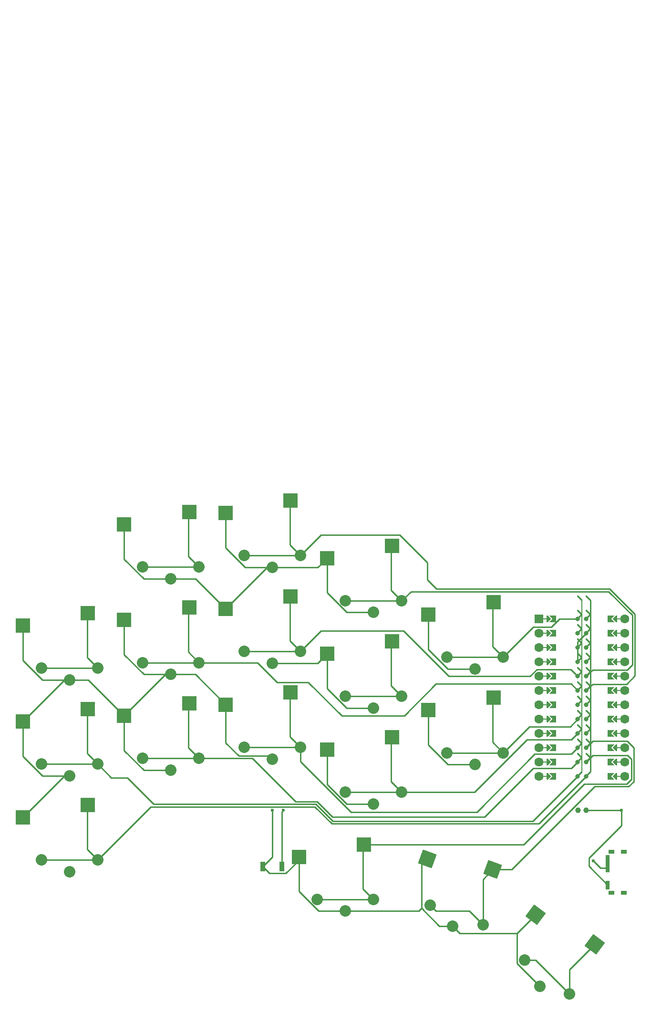
<source format=gbr>
%TF.GenerationSoftware,KiCad,Pcbnew,6.0.5-2.fc36*%
%TF.CreationDate,2022-05-30T19:14:04+02:00*%
%TF.ProjectId,main,6d61696e-2e6b-4696-9361-645f70636258,v1.0.0*%
%TF.SameCoordinates,Original*%
%TF.FileFunction,Copper,L1,Top*%
%TF.FilePolarity,Positive*%
%FSLAX46Y46*%
G04 Gerber Fmt 4.6, Leading zero omitted, Abs format (unit mm)*
G04 Created by KiCad (PCBNEW 6.0.5-2.fc36) date 2022-05-30 19:14:04*
%MOMM*%
%LPD*%
G01*
G04 APERTURE LIST*
G04 Aperture macros list*
%AMRotRect*
0 Rectangle, with rotation*
0 The origin of the aperture is its center*
0 $1 length*
0 $2 width*
0 $3 Rotation angle, in degrees counterclockwise*
0 Add horizontal line*
21,1,$1,$2,0,0,$3*%
%AMFreePoly0*
4,1,49,0.088388,4.152388,0.854389,3.386388,0.867708,3.368551,0.871189,3.365530,0.871982,3.362827,0.875852,3.357644,0.882333,3.327543,0.891000,3.298000,0.891000,0.766000,0.887805,0.743969,0.888131,0.739371,0.886780,0.736898,0.885852,0.730498,0.869154,0.704638,0.854389,0.677612,0.088388,-0.088388,0.064607,-0.106146,0.062500,-0.108253,0.061385,-0.108552,0.059644,-0.109852,
0.043810,-0.113261,0.000000,-0.125000,-0.004774,-0.123721,-0.009154,-0.124664,-0.028953,-0.117242,-0.062500,-0.108253,-0.068237,-0.102516,-0.075052,-0.099961,-0.087614,-0.083139,-0.108253,-0.062500,-0.111178,-0.051584,-0.117161,-0.043572,-0.118539,-0.024114,-0.125000,0.000000,-0.121239,0.014035,-0.122131,0.026629,-0.113759,0.041953,-0.108253,0.062500,-0.095642,0.075111,-0.088388,0.088388,
0.641000,0.817777,0.641000,3.246223,-0.088388,3.975612,-0.109852,4.004356,-0.124664,4.073154,-0.099961,4.139052,-0.043572,4.181161,0.026629,4.186131,0.088388,4.152388,0.088388,4.152388,$1*%
%AMFreePoly1*
4,1,6,0.600000,0.200000,0.000000,-0.400000,-0.600000,0.200000,-0.600000,0.400000,0.600000,0.400000,0.600000,0.200000,0.600000,0.200000,$1*%
%AMFreePoly2*
4,1,6,0.600000,-0.250000,-0.600000,-0.250000,-0.600000,1.000000,0.000000,0.400000,0.600000,1.000000,0.600000,-0.250000,0.600000,-0.250000,$1*%
%AMFreePoly3*
4,1,5,0.125000,-0.500000,-0.125000,-0.500000,-0.125000,0.500000,0.125000,0.500000,0.125000,-0.500000,0.125000,-0.500000,$1*%
%AMFreePoly4*
4,1,49,0.088388,4.152388,0.850389,3.390388,0.863708,3.372551,0.867189,3.369530,0.867982,3.366827,0.871852,3.361644,0.878333,3.331543,0.887000,3.302000,0.887000,0.762000,0.883805,0.739969,0.884131,0.735371,0.882780,0.732898,0.881852,0.726498,0.865154,0.700638,0.850389,0.673612,0.088388,-0.088388,0.064607,-0.106146,0.062500,-0.108253,0.061385,-0.108552,0.059644,-0.109852,
0.043810,-0.113261,0.000000,-0.125000,-0.004774,-0.123721,-0.009154,-0.124664,-0.028953,-0.117242,-0.062500,-0.108253,-0.068237,-0.102516,-0.075052,-0.099961,-0.087614,-0.083139,-0.108253,-0.062500,-0.111178,-0.051584,-0.117161,-0.043572,-0.118539,-0.024114,-0.125000,0.000000,-0.121239,0.014035,-0.122131,0.026629,-0.113759,0.041953,-0.108253,0.062500,-0.095642,0.075111,-0.088388,0.088388,
0.637000,0.813777,0.637000,3.250223,-0.088388,3.975612,-0.109852,4.004356,-0.124664,4.073154,-0.099961,4.139052,-0.043572,4.181161,0.026629,4.186131,0.088388,4.152388,0.088388,4.152388,$1*%
G04 Aperture macros list end*
%TA.AperFunction,SMDPad,CuDef*%
%ADD10R,2.600000X2.600000*%
%TD*%
%TA.AperFunction,ComponentPad*%
%ADD11C,2.032000*%
%TD*%
%TA.AperFunction,SMDPad,CuDef*%
%ADD12RotRect,2.600000X2.600000X340.000000*%
%TD*%
%TA.AperFunction,SMDPad,CuDef*%
%ADD13RotRect,2.600000X2.600000X323.000000*%
%TD*%
%TA.AperFunction,SMDPad,CuDef*%
%ADD14FreePoly0,270.000000*%
%TD*%
%TA.AperFunction,ComponentPad*%
%ADD15C,1.600000*%
%TD*%
%TA.AperFunction,SMDPad,CuDef*%
%ADD16FreePoly1,90.000000*%
%TD*%
%TA.AperFunction,SMDPad,CuDef*%
%ADD17FreePoly2,90.000000*%
%TD*%
%TA.AperFunction,SMDPad,CuDef*%
%ADD18FreePoly3,90.000000*%
%TD*%
%TA.AperFunction,ComponentPad*%
%ADD19R,1.600000X1.600000*%
%TD*%
%TA.AperFunction,SMDPad,CuDef*%
%ADD20FreePoly2,270.000000*%
%TD*%
%TA.AperFunction,SMDPad,CuDef*%
%ADD21FreePoly3,270.000000*%
%TD*%
%TA.AperFunction,SMDPad,CuDef*%
%ADD22FreePoly1,270.000000*%
%TD*%
%TA.AperFunction,SMDPad,CuDef*%
%ADD23FreePoly4,90.000000*%
%TD*%
%TA.AperFunction,ComponentPad*%
%ADD24C,0.800000*%
%TD*%
%TA.AperFunction,SMDPad,CuDef*%
%ADD25R,0.700000X1.500000*%
%TD*%
%TA.AperFunction,SMDPad,CuDef*%
%ADD26R,1.000000X0.800000*%
%TD*%
%TA.AperFunction,ComponentPad*%
%ADD27C,0.600000*%
%TD*%
%TA.AperFunction,SMDPad,CuDef*%
%ADD28R,0.900000X1.700000*%
%TD*%
%TA.AperFunction,ComponentPad*%
%ADD29C,1.000000*%
%TD*%
%TA.AperFunction,Conductor*%
%ADD30C,0.250000*%
%TD*%
G04 APERTURE END LIST*
D10*
%TO.P,S1,1*%
%TO.N,P10*%
X3275000Y5950000D03*
%TO.P,S1,2*%
%TO.N,GND*%
X-8275000Y3750000D03*
%TD*%
D11*
%TO.P,S2,1*%
%TO.N,P10*%
X-5000000Y-3800000D03*
%TO.P,S2,2*%
%TO.N,GND*%
X0Y-5900000D03*
%TO.P,S2,1*%
%TO.N,P10*%
X5000000Y-3800000D03*
%TO.P,S2,2*%
%TO.N,GND*%
X0Y-5900000D03*
%TD*%
D10*
%TO.P,S3,1*%
%TO.N,P9*%
X3275000Y22950000D03*
%TO.P,S3,2*%
%TO.N,GND*%
X-8275000Y20750000D03*
%TD*%
D11*
%TO.P,S4,1*%
%TO.N,P9*%
X-5000000Y13200000D03*
%TO.P,S4,2*%
%TO.N,GND*%
X0Y11100000D03*
%TO.P,S4,1*%
%TO.N,P9*%
X5000000Y13200000D03*
%TO.P,S4,2*%
%TO.N,GND*%
X0Y11100000D03*
%TD*%
D10*
%TO.P,S5,1*%
%TO.N,P18*%
X3275000Y39950000D03*
%TO.P,S5,2*%
%TO.N,GND*%
X-8275000Y37750000D03*
%TD*%
D11*
%TO.P,S6,1*%
%TO.N,P18*%
X-5000000Y30200000D03*
%TO.P,S6,2*%
%TO.N,GND*%
X0Y28100000D03*
%TO.P,S6,1*%
%TO.N,P18*%
X5000000Y30200000D03*
%TO.P,S6,2*%
%TO.N,GND*%
X0Y28100000D03*
%TD*%
D10*
%TO.P,S7,1*%
%TO.N,P8*%
X21275000Y23950000D03*
%TO.P,S7,2*%
%TO.N,GND*%
X9725000Y21750000D03*
%TD*%
D11*
%TO.P,S8,1*%
%TO.N,P8*%
X13000000Y14200000D03*
%TO.P,S8,2*%
%TO.N,GND*%
X18000000Y12100000D03*
%TO.P,S8,1*%
%TO.N,P8*%
X23000000Y14200000D03*
%TO.P,S8,2*%
%TO.N,GND*%
X18000000Y12100000D03*
%TD*%
D10*
%TO.P,S9,1*%
%TO.N,P3*%
X21275000Y40950000D03*
%TO.P,S9,2*%
%TO.N,GND*%
X9725000Y38750000D03*
%TD*%
D11*
%TO.P,S10,1*%
%TO.N,P3*%
X13000000Y31200000D03*
%TO.P,S10,2*%
%TO.N,GND*%
X18000000Y29100000D03*
%TO.P,S10,1*%
%TO.N,P3*%
X23000000Y31200000D03*
%TO.P,S10,2*%
%TO.N,GND*%
X18000000Y29100000D03*
%TD*%
D10*
%TO.P,S11,1*%
%TO.N,P19*%
X21275000Y57950000D03*
%TO.P,S11,2*%
%TO.N,GND*%
X9725000Y55750000D03*
%TD*%
D11*
%TO.P,S12,1*%
%TO.N,P19*%
X13000000Y48200000D03*
%TO.P,S12,2*%
%TO.N,GND*%
X18000000Y46100000D03*
%TO.P,S12,1*%
%TO.N,P19*%
X23000000Y48200000D03*
%TO.P,S12,2*%
%TO.N,GND*%
X18000000Y46100000D03*
%TD*%
D10*
%TO.P,S13,1*%
%TO.N,P7*%
X39275000Y25950000D03*
%TO.P,S13,2*%
%TO.N,GND*%
X27725000Y23750000D03*
%TD*%
D11*
%TO.P,S14,1*%
%TO.N,P7*%
X31000000Y16200000D03*
%TO.P,S14,2*%
%TO.N,GND*%
X36000000Y14100000D03*
%TO.P,S14,1*%
%TO.N,P7*%
X41000000Y16200000D03*
%TO.P,S14,2*%
%TO.N,GND*%
X36000000Y14100000D03*
%TD*%
D10*
%TO.P,S15,1*%
%TO.N,P2*%
X39275000Y42950000D03*
%TO.P,S15,2*%
%TO.N,GND*%
X27725000Y40750000D03*
%TD*%
D11*
%TO.P,S16,1*%
%TO.N,P2*%
X31000000Y33200000D03*
%TO.P,S16,2*%
%TO.N,GND*%
X36000000Y31100000D03*
%TO.P,S16,1*%
%TO.N,P2*%
X41000000Y33200000D03*
%TO.P,S16,2*%
%TO.N,GND*%
X36000000Y31100000D03*
%TD*%
D10*
%TO.P,S17,1*%
%TO.N,P20*%
X39275000Y59950000D03*
%TO.P,S17,2*%
%TO.N,GND*%
X27725000Y57750000D03*
%TD*%
D11*
%TO.P,S18,1*%
%TO.N,P20*%
X31000000Y50200000D03*
%TO.P,S18,2*%
%TO.N,GND*%
X36000000Y48100000D03*
%TO.P,S18,1*%
%TO.N,P20*%
X41000000Y50200000D03*
%TO.P,S18,2*%
%TO.N,GND*%
X36000000Y48100000D03*
%TD*%
D10*
%TO.P,S19,1*%
%TO.N,P6*%
X57275000Y17950000D03*
%TO.P,S19,2*%
%TO.N,GND*%
X45725000Y15750000D03*
%TD*%
D11*
%TO.P,S20,1*%
%TO.N,P6*%
X49000000Y8200000D03*
%TO.P,S20,2*%
%TO.N,GND*%
X54000000Y6100000D03*
%TO.P,S20,1*%
%TO.N,P6*%
X59000000Y8200000D03*
%TO.P,S20,2*%
%TO.N,GND*%
X54000000Y6100000D03*
%TD*%
D10*
%TO.P,S21,1*%
%TO.N,P4*%
X57275000Y34950000D03*
%TO.P,S21,2*%
%TO.N,GND*%
X45725000Y32750000D03*
%TD*%
D11*
%TO.P,S22,1*%
%TO.N,P4*%
X49000000Y25200000D03*
%TO.P,S22,2*%
%TO.N,GND*%
X54000000Y23100000D03*
%TO.P,S22,1*%
%TO.N,P4*%
X59000000Y25200000D03*
%TO.P,S22,2*%
%TO.N,GND*%
X54000000Y23100000D03*
%TD*%
D10*
%TO.P,S23,1*%
%TO.N,P21*%
X57275000Y51950000D03*
%TO.P,S23,2*%
%TO.N,GND*%
X45725000Y49750000D03*
%TD*%
D11*
%TO.P,S24,1*%
%TO.N,P21*%
X49000000Y42200000D03*
%TO.P,S24,2*%
%TO.N,GND*%
X54000000Y40100000D03*
%TO.P,S24,1*%
%TO.N,P21*%
X59000000Y42200000D03*
%TO.P,S24,2*%
%TO.N,GND*%
X54000000Y40100000D03*
%TD*%
D10*
%TO.P,S25,1*%
%TO.N,P5*%
X75275000Y24950000D03*
%TO.P,S25,2*%
%TO.N,GND*%
X63725000Y22750000D03*
%TD*%
D11*
%TO.P,S26,1*%
%TO.N,P5*%
X67000000Y15200000D03*
%TO.P,S26,2*%
%TO.N,GND*%
X72000000Y13100000D03*
%TO.P,S26,1*%
%TO.N,P5*%
X77000000Y15200000D03*
%TO.P,S26,2*%
%TO.N,GND*%
X72000000Y13100000D03*
%TD*%
D10*
%TO.P,S27,1*%
%TO.N,P1*%
X75275000Y41950000D03*
%TO.P,S27,2*%
%TO.N,GND*%
X63725000Y39750000D03*
%TD*%
D11*
%TO.P,S28,1*%
%TO.N,P1*%
X67000000Y32200000D03*
%TO.P,S28,2*%
%TO.N,GND*%
X72000000Y30100000D03*
%TO.P,S28,1*%
%TO.N,P1*%
X77000000Y32200000D03*
%TO.P,S28,2*%
%TO.N,GND*%
X72000000Y30100000D03*
%TD*%
D10*
%TO.P,S29,1*%
%TO.N,P16*%
X52275000Y-1050000D03*
%TO.P,S29,2*%
%TO.N,GND*%
X40725000Y-3250000D03*
%TD*%
D11*
%TO.P,S30,1*%
%TO.N,P16*%
X44000000Y-10800000D03*
%TO.P,S30,2*%
%TO.N,GND*%
X49000000Y-12900000D03*
%TO.P,S30,1*%
%TO.N,P16*%
X54000000Y-10800000D03*
%TO.P,S30,2*%
%TO.N,GND*%
X49000000Y-12900000D03*
%TD*%
D12*
%TO.P,S31,1*%
%TO.N,P14*%
X75112513Y-5528945D03*
%TO.P,S31,2*%
%TO.N,GND*%
X63506619Y-3645936D03*
%TD*%
D11*
%TO.P,S32,1*%
%TO.N,P14*%
X64001860Y-11860731D03*
%TO.P,S32,2*%
%TO.N,GND*%
X67982081Y-15544186D03*
%TO.P,S32,1*%
%TO.N,P14*%
X73398787Y-15280933D03*
%TO.P,S32,2*%
%TO.N,GND*%
X67982081Y-15544186D03*
%TD*%
D13*
%TO.P,S33,1*%
%TO.N,P15*%
X93280083Y-18757929D03*
%TO.P,S33,2*%
%TO.N,GND*%
X82731849Y-13563964D03*
%TD*%
D11*
%TO.P,S34,1*%
%TO.N,P15*%
X80803677Y-21564606D03*
%TO.P,S34,2*%
%TO.N,GND*%
X83533043Y-26250816D03*
%TO.P,S34,1*%
%TO.N,P15*%
X88790032Y-27582756D03*
%TO.P,S34,2*%
%TO.N,GND*%
X83533043Y-26250816D03*
%TD*%
D14*
%TO.P,MCU1,2*%
%TO.N,GND*%
X91762000Y36430000D03*
D15*
%TO.P,MCU1,*%
%TO.N,*%
X83380000Y38970000D03*
X83380000Y36430000D03*
X83380000Y33890000D03*
X83380000Y31350000D03*
X83380000Y28810000D03*
X83380000Y26270000D03*
X83380000Y23730000D03*
X83380000Y21190000D03*
X83380000Y18650000D03*
X83380000Y16110000D03*
X83380000Y13570000D03*
X83380000Y11030000D03*
X98620000Y11030000D03*
X98620000Y13570000D03*
X98620000Y16110000D03*
X98620000Y18650000D03*
X98620000Y21190000D03*
X98620000Y23730000D03*
X98620000Y26270000D03*
X98620000Y28810000D03*
X98620000Y31350000D03*
X98620000Y33890000D03*
X98620000Y36430000D03*
X98620000Y38970000D03*
D16*
X85158000Y38970000D03*
D17*
%TO.P,MCU1,24*%
%TO.N,P1*%
X86174000Y38970000D03*
D18*
%TO.P,MCU1,*%
%TO.N,*%
X84650000Y38970000D03*
D19*
X83380000Y38970000D03*
D18*
X84650000Y36430000D03*
D16*
X85158000Y36430000D03*
D17*
%TO.P,MCU1,23*%
%TO.N,P0*%
X86174000Y36430000D03*
D18*
%TO.P,MCU1,*%
%TO.N,*%
X84650000Y33890000D03*
D16*
X85158000Y33890000D03*
D17*
%TO.P,MCU1,22*%
%TO.N,GND*%
X86174000Y33890000D03*
D18*
%TO.P,MCU1,*%
%TO.N,*%
X84650000Y31350000D03*
D16*
X85158000Y31350000D03*
D17*
%TO.P,MCU1,21*%
%TO.N,GND*%
X86174000Y31350000D03*
D18*
%TO.P,MCU1,*%
%TO.N,*%
X84650000Y28810000D03*
D16*
X85158000Y28810000D03*
D17*
%TO.P,MCU1,20*%
%TO.N,P2*%
X86174000Y28810000D03*
D18*
%TO.P,MCU1,*%
%TO.N,*%
X84650000Y26270000D03*
D16*
X85158000Y26270000D03*
D17*
%TO.P,MCU1,19*%
%TO.N,P3*%
X86174000Y26270000D03*
D18*
%TO.P,MCU1,*%
%TO.N,*%
X84650000Y23730000D03*
D16*
X85158000Y23730000D03*
D17*
%TO.P,MCU1,18*%
%TO.N,P4*%
X86174000Y23730000D03*
D18*
%TO.P,MCU1,*%
%TO.N,*%
X84650000Y21190000D03*
D16*
X85158000Y21190000D03*
D17*
%TO.P,MCU1,17*%
%TO.N,P5*%
X86174000Y21190000D03*
D18*
%TO.P,MCU1,*%
%TO.N,*%
X84650000Y18650000D03*
D16*
X85158000Y18650000D03*
D17*
%TO.P,MCU1,16*%
%TO.N,P6*%
X86174000Y18650000D03*
D18*
%TO.P,MCU1,*%
%TO.N,*%
X84650000Y16110000D03*
D16*
X85158000Y16110000D03*
D17*
%TO.P,MCU1,15*%
%TO.N,P7*%
X86174000Y16110000D03*
D18*
%TO.P,MCU1,*%
%TO.N,*%
X84650000Y13570000D03*
D16*
X85158000Y13570000D03*
D17*
%TO.P,MCU1,14*%
%TO.N,P8*%
X86174000Y13570000D03*
D18*
%TO.P,MCU1,*%
%TO.N,*%
X84650000Y11030000D03*
D16*
X85158000Y11030000D03*
D17*
%TO.P,MCU1,13*%
%TO.N,P9*%
X86174000Y11030000D03*
D20*
%TO.P,MCU1,1*%
%TO.N,RAW*%
X95826000Y38970000D03*
%TO.P,MCU1,3*%
%TO.N,RST*%
X95826000Y33890000D03*
D21*
%TO.P,MCU1,*%
%TO.N,*%
X97350000Y33890000D03*
D22*
X96842000Y33890000D03*
X96842000Y38970000D03*
D21*
X97350000Y36430000D03*
D20*
%TO.P,MCU1,2*%
%TO.N,GND*%
X95826000Y36430000D03*
D21*
%TO.P,MCU1,*%
%TO.N,*%
X97350000Y38970000D03*
D20*
%TO.P,MCU1,4*%
%TO.N,VCC*%
X95826000Y31350000D03*
D22*
%TO.P,MCU1,*%
%TO.N,*%
X96842000Y36430000D03*
X96842000Y31350000D03*
D20*
%TO.P,MCU1,6*%
%TO.N,P20*%
X95826000Y26270000D03*
%TO.P,MCU1,7*%
%TO.N,P19*%
X95826000Y23730000D03*
D21*
%TO.P,MCU1,*%
%TO.N,*%
X97350000Y11030000D03*
D22*
X96842000Y23730000D03*
D21*
X97350000Y16110000D03*
D20*
%TO.P,MCU1,8*%
%TO.N,P18*%
X95826000Y21190000D03*
D21*
%TO.P,MCU1,*%
%TO.N,*%
X97350000Y23730000D03*
D20*
%TO.P,MCU1,12*%
%TO.N,P10*%
X95826000Y11030000D03*
D22*
%TO.P,MCU1,*%
%TO.N,*%
X96842000Y21190000D03*
D21*
X97350000Y18650000D03*
D22*
X96842000Y11030000D03*
D21*
X97350000Y28810000D03*
X97350000Y21190000D03*
X97350000Y26270000D03*
D20*
%TO.P,MCU1,9*%
%TO.N,P15*%
X95826000Y18650000D03*
D21*
%TO.P,MCU1,*%
%TO.N,*%
X97350000Y31350000D03*
D22*
X96842000Y28810000D03*
X96842000Y26270000D03*
X96842000Y18650000D03*
D20*
%TO.P,MCU1,10*%
%TO.N,P14*%
X95826000Y16110000D03*
D22*
%TO.P,MCU1,*%
%TO.N,*%
X96842000Y16110000D03*
X96842000Y13570000D03*
D20*
%TO.P,MCU1,11*%
%TO.N,P16*%
X95826000Y13570000D03*
D21*
%TO.P,MCU1,*%
%TO.N,*%
X97350000Y13570000D03*
D20*
%TO.P,MCU1,5*%
%TO.N,P21*%
X95826000Y28810000D03*
D23*
%TO.P,MCU1,23*%
%TO.N,P0*%
X90238000Y36430000D03*
D24*
%TO.P,MCU1,2*%
%TO.N,GND*%
X91762000Y36430000D03*
%TO.P,MCU1,23*%
%TO.N,P0*%
X90238000Y36430000D03*
%TO.P,MCU1,24*%
%TO.N,P1*%
X90238000Y38970000D03*
%TO.P,MCU1,1*%
%TO.N,RAW*%
X91762000Y38970000D03*
D14*
X91762000Y38970000D03*
D23*
%TO.P,MCU1,24*%
%TO.N,P1*%
X90238000Y38970000D03*
D24*
%TO.P,MCU1,22*%
%TO.N,GND*%
X90238000Y33890000D03*
%TO.P,MCU1,3*%
%TO.N,RST*%
X91762000Y33890000D03*
D14*
X91762000Y33890000D03*
D23*
%TO.P,MCU1,22*%
%TO.N,GND*%
X90238000Y33890000D03*
D24*
%TO.P,MCU1,21*%
X90238000Y31350000D03*
%TO.P,MCU1,4*%
%TO.N,VCC*%
X91762000Y31350000D03*
D14*
X91762000Y31350000D03*
D23*
%TO.P,MCU1,21*%
%TO.N,GND*%
X90238000Y31350000D03*
D24*
%TO.P,MCU1,20*%
%TO.N,P2*%
X90238000Y28810000D03*
%TO.P,MCU1,5*%
%TO.N,P21*%
X91762000Y28810000D03*
D14*
X91762000Y28810000D03*
D23*
%TO.P,MCU1,20*%
%TO.N,P2*%
X90238000Y28810000D03*
D24*
%TO.P,MCU1,19*%
%TO.N,P3*%
X90238000Y26270000D03*
%TO.P,MCU1,6*%
%TO.N,P20*%
X91762000Y26270000D03*
D14*
X91762000Y26270000D03*
D23*
%TO.P,MCU1,19*%
%TO.N,P3*%
X90238000Y26270000D03*
D24*
%TO.P,MCU1,18*%
%TO.N,P4*%
X90238000Y23730000D03*
%TO.P,MCU1,7*%
%TO.N,P19*%
X91762000Y23730000D03*
D14*
X91762000Y23730000D03*
D23*
%TO.P,MCU1,18*%
%TO.N,P4*%
X90238000Y23730000D03*
D24*
%TO.P,MCU1,17*%
%TO.N,P5*%
X90238000Y21190000D03*
%TO.P,MCU1,8*%
%TO.N,P18*%
X91762000Y21190000D03*
D14*
X91762000Y21190000D03*
D23*
%TO.P,MCU1,17*%
%TO.N,P5*%
X90238000Y21190000D03*
D24*
%TO.P,MCU1,16*%
%TO.N,P6*%
X90238000Y18650000D03*
%TO.P,MCU1,9*%
%TO.N,P15*%
X91762000Y18650000D03*
D14*
X91762000Y18650000D03*
D23*
%TO.P,MCU1,16*%
%TO.N,P6*%
X90238000Y18650000D03*
D24*
%TO.P,MCU1,15*%
%TO.N,P7*%
X90238000Y16110000D03*
%TO.P,MCU1,10*%
%TO.N,P14*%
X91762000Y16110000D03*
D14*
X91762000Y16110000D03*
D23*
%TO.P,MCU1,15*%
%TO.N,P7*%
X90238000Y16110000D03*
D24*
%TO.P,MCU1,14*%
%TO.N,P8*%
X90238000Y13570000D03*
%TO.P,MCU1,11*%
%TO.N,P16*%
X91762000Y13570000D03*
D14*
X91762000Y13570000D03*
D23*
%TO.P,MCU1,14*%
%TO.N,P8*%
X90238000Y13570000D03*
D24*
%TO.P,MCU1,13*%
%TO.N,P9*%
X90238000Y11030000D03*
%TO.P,MCU1,12*%
%TO.N,P10*%
X91762000Y11030000D03*
D14*
X91762000Y11030000D03*
D23*
%TO.P,MCU1,13*%
%TO.N,P9*%
X90238000Y11030000D03*
%TD*%
D25*
%TO.P,,1*%
%TO.N,pos*%
X95570000Y-8250000D03*
%TO.P,,2*%
%TO.N,RAW*%
X95570000Y-5250000D03*
%TO.P,,3*%
%TO.N,N/C*%
X95570000Y-3750000D03*
D26*
%TO.P,,*%
%TO.N,*%
X98430000Y-9650000D03*
X98430000Y-2350000D03*
X96220000Y-2350000D03*
X96220000Y-9650000D03*
%TD*%
D27*
%TO.P,REF\u002A\u002A,1*%
%TO.N,RAW*%
X93000000Y-4000000D03*
%TD*%
%TO.P,REF\u002A\u002A,1*%
%TO.N,pos*%
X98000000Y5000000D03*
%TD*%
%TO.P,REF\u002A\u002A,1*%
%TO.N,GND*%
X36000000Y5000000D03*
%TD*%
%TO.P,REF\u002A\u002A,1*%
%TO.N,RST*%
X38000000Y5000000D03*
%TD*%
D28*
%TO.P,,1*%
%TO.N,RST*%
X37700000Y-5000000D03*
%TO.P,,2*%
%TO.N,GND*%
X34300000Y-5000000D03*
%TD*%
D29*
%TO.P,,1*%
%TO.N,pos*%
X91750000Y5000000D03*
%TO.P,,2*%
%TO.N,GND*%
X90250000Y5000000D03*
%TD*%
D30*
%TO.N,P7*%
X41000000Y16200000D02*
X41000000Y13668513D01*
X41000000Y13668513D02*
X49968513Y4700000D01*
X49968513Y4700000D02*
X72300000Y4700000D01*
X72300000Y4700000D02*
X82585489Y14985489D01*
X82585489Y14985489D02*
X89113489Y14985489D01*
X89113489Y14985489D02*
X90238000Y16110000D01*
%TO.N,GND*%
X45725000Y15750000D02*
X45725000Y9579230D01*
X45725000Y9579230D02*
X49204230Y6100000D01*
X49204230Y6100000D02*
X54000000Y6100000D01*
X0Y11100000D02*
X-4795770Y11100000D01*
X-4795770Y11100000D02*
X-8275000Y14579230D01*
X-8275000Y14579230D02*
X-8275000Y20750000D01*
X27725000Y23750000D02*
X27725000Y16975000D01*
X27725000Y16975000D02*
X30050480Y14649520D01*
X30050480Y14649520D02*
X35450480Y14649520D01*
X35450480Y14649520D02*
X36000000Y14100000D01*
%TO.N,P14*%
X75112513Y-5528945D02*
X78555019Y-5528945D01*
X100200000Y10099520D02*
X100200000Y16120300D01*
X78555019Y-5528945D02*
X93283964Y9200000D01*
X93283964Y9200000D02*
X99300480Y9200000D01*
X99300480Y9200000D02*
X100200000Y10099520D01*
X92952000Y17300000D02*
X91762000Y16110000D01*
X100200000Y16120300D02*
X99020300Y17300000D01*
X99020300Y17300000D02*
X92952000Y17300000D01*
%TO.N,P16*%
X52275000Y-1050000D02*
X80650000Y-1050000D01*
X99744511Y14035789D02*
X99080300Y14700000D01*
X80650000Y-1050000D02*
X91400000Y9700000D01*
X91400000Y9700000D02*
X98900000Y9700000D01*
X98900000Y9700000D02*
X99744511Y10544511D01*
X99744511Y10544511D02*
X99744511Y14035789D01*
X99080300Y14700000D02*
X92892000Y14700000D01*
X92892000Y14700000D02*
X91762000Y13570000D01*
%TO.N,GND*%
X45725000Y32750000D02*
X45725000Y26579230D01*
X49204230Y23100000D02*
X54000000Y23100000D01*
X45725000Y26579230D02*
X49204230Y23100000D01*
%TO.N,P3*%
X23000000Y31200000D02*
X33400974Y31200000D01*
X33400974Y31200000D02*
X36900974Y27700000D01*
X48340511Y21759489D02*
X59459489Y21759489D01*
X36900974Y27700000D02*
X42400000Y27700000D01*
X42400000Y27700000D02*
X48340511Y21759489D01*
X65100000Y27400000D02*
X89108000Y27400000D01*
X59459489Y21759489D02*
X65100000Y27400000D01*
X89108000Y27400000D02*
X90238000Y26270000D01*
%TO.N,GND*%
X63725000Y39750000D02*
X63725000Y33579230D01*
X63725000Y33579230D02*
X67204230Y30100000D01*
X67204230Y30100000D02*
X72000000Y30100000D01*
%TO.N,P2*%
X41000000Y33200000D02*
X44624521Y36824521D01*
X82979700Y30000000D02*
X89048000Y30000000D01*
X89048000Y30000000D02*
X90238000Y28810000D01*
X44624521Y36824521D02*
X59275479Y36824521D01*
X59275479Y36824521D02*
X67340511Y28759489D01*
X67340511Y28759489D02*
X81739189Y28759489D01*
X81739189Y28759489D02*
X82979700Y30000000D01*
%TO.N,GND*%
X63725000Y22750000D02*
X63725000Y16579230D01*
X63725000Y16579230D02*
X67204230Y13100000D01*
X67204230Y13100000D02*
X72000000Y13100000D01*
X36000000Y31100000D02*
X44075000Y31100000D01*
X44075000Y31100000D02*
X45725000Y32750000D01*
X36000000Y48100000D02*
X44075000Y48100000D01*
X44075000Y48100000D02*
X45725000Y49750000D01*
X9725000Y38750000D02*
X9725000Y32579230D01*
X9725000Y32579230D02*
X13204230Y29100000D01*
X13204230Y29100000D02*
X18000000Y29100000D01*
X18000000Y46100000D02*
X22375000Y46100000D01*
X22375000Y46100000D02*
X27725000Y40750000D01*
X18000000Y29100000D02*
X17075000Y29100000D01*
X17075000Y29100000D02*
X9725000Y21750000D01*
X18000000Y29100000D02*
X22375000Y29100000D01*
X22375000Y29100000D02*
X27725000Y23750000D01*
X0Y28100000D02*
X3375000Y28100000D01*
X3375000Y28100000D02*
X9725000Y21750000D01*
X9725000Y21750000D02*
X9725000Y15579230D01*
X9725000Y15579230D02*
X13204230Y12100000D01*
X13204230Y12100000D02*
X18000000Y12100000D01*
X-8275000Y3750000D02*
X-925000Y11100000D01*
X-925000Y11100000D02*
X0Y11100000D01*
X-8275000Y20750000D02*
X-925000Y28100000D01*
X-925000Y28100000D02*
X0Y28100000D01*
X-8275000Y37750000D02*
X-8275000Y31579230D01*
X-8275000Y31579230D02*
X-4795770Y28100000D01*
X-4795770Y28100000D02*
X0Y28100000D01*
X27725000Y57750000D02*
X27725000Y51579230D01*
X27725000Y51579230D02*
X31204230Y48100000D01*
X31204230Y48100000D02*
X36000000Y48100000D01*
X9725000Y55750000D02*
X9725000Y49579230D01*
X9725000Y49579230D02*
X13204230Y46100000D01*
X13204230Y46100000D02*
X18000000Y46100000D01*
X45725000Y49750000D02*
X45725000Y43579230D01*
X45725000Y43579230D02*
X49204230Y40100000D01*
X49204230Y40100000D02*
X54000000Y40100000D01*
%TO.N,P8*%
X23000000Y14200000D02*
X32500000Y14200000D01*
X32500000Y14200000D02*
X40176449Y6523551D01*
X46685718Y3785718D02*
X73685718Y3785718D01*
X73685718Y3785718D02*
X82345489Y12445489D01*
X40176449Y6523551D02*
X43947884Y6523551D01*
X43947884Y6523551D02*
X46685718Y3785718D01*
X82345489Y12445489D02*
X89113489Y12445489D01*
X89113489Y12445489D02*
X90238000Y13570000D01*
%TO.N,P6*%
X59000000Y8200000D02*
X71895770Y8200000D01*
X71895770Y8200000D02*
X81195770Y17500000D01*
X81195770Y17500000D02*
X89088000Y17500000D01*
X89088000Y17500000D02*
X90238000Y18650000D01*
%TO.N,GND*%
X91762000Y36430000D02*
X90238000Y34906000D01*
X90238000Y34906000D02*
X90238000Y33890000D01*
X90238000Y31350000D02*
X90238000Y33890000D01*
X27725000Y40750000D02*
X35075000Y48100000D01*
X35075000Y48100000D02*
X36000000Y48100000D01*
%TO.N,P20*%
X41000000Y50200000D02*
X44624521Y53824521D01*
X98894511Y27394511D02*
X92886511Y27394511D01*
X44624521Y53824521D02*
X58649501Y53824521D01*
X58649501Y53824521D02*
X63500000Y48974022D01*
X100349520Y28849520D02*
X98894511Y27394511D01*
X63500000Y48974022D02*
X63500000Y45877986D01*
X63500000Y45877986D02*
X65103945Y44274041D01*
X65103945Y44274041D02*
X95861677Y44274041D01*
X95861677Y44274041D02*
X100349520Y39786198D01*
X100349520Y39786198D02*
X100349520Y28849520D01*
X92886511Y27394511D02*
X91762000Y26270000D01*
%TO.N,P21*%
X59000000Y42200000D02*
X60624521Y43824521D01*
X99034511Y29934511D02*
X92886511Y29934511D01*
X60624521Y43824521D02*
X95675479Y43824521D01*
X95675479Y43824521D02*
X99900000Y39600000D01*
X99900000Y39600000D02*
X99900000Y30800000D01*
X99900000Y30800000D02*
X99034511Y29934511D01*
X92886511Y29934511D02*
X91762000Y28810000D01*
%TO.N,P1*%
X77000000Y32200000D02*
X82354511Y37554511D01*
X82354511Y37554511D02*
X85554529Y37554511D01*
X85554529Y37554511D02*
X86970018Y38970000D01*
X86970018Y38970000D02*
X90238000Y38970000D01*
%TO.N,P5*%
X77000000Y15200000D02*
X81661520Y19861520D01*
X81661520Y19861520D02*
X88909520Y19861520D01*
X88909520Y19861520D02*
X90238000Y21190000D01*
%TO.N,pos*%
X91750000Y5000000D02*
X98000000Y5000000D01*
X98000000Y2300000D02*
X92200000Y-3500000D01*
X98000000Y5000000D02*
X98000000Y2300000D01*
X92200000Y-3500000D02*
X92200000Y-4880000D01*
X92200000Y-4880000D02*
X95570000Y-8250000D01*
%TO.N,RAW*%
X93000000Y-4000000D02*
X94250000Y-5250000D01*
X94250000Y-5250000D02*
X95570000Y-5250000D01*
%TO.N,P9*%
X5000000Y13200000D02*
X7440511Y10759489D01*
X7440511Y10759489D02*
X10240511Y10759489D01*
X10240511Y10759489D02*
X14925969Y6074031D01*
X14925969Y6074031D02*
X43761687Y6074031D01*
X43761687Y6074031D02*
X46786198Y3049520D01*
X46786198Y3049520D02*
X82257520Y3049520D01*
X82257520Y3049520D02*
X90238000Y11030000D01*
%TO.N,P10*%
X5000000Y-3800000D02*
X14424511Y5624511D01*
X14424511Y5624511D02*
X43575489Y5624511D01*
X43575489Y5624511D02*
X46600000Y2600000D01*
X46600000Y2600000D02*
X83332000Y2600000D01*
X83332000Y2600000D02*
X91762000Y11030000D01*
%TO.N,GND*%
X49000000Y-12900000D02*
X61984702Y-12900000D01*
X61984702Y-12900000D02*
X62492351Y-12392351D01*
X67982081Y-15544186D02*
X69270542Y-16832647D01*
X69270542Y-16832647D02*
X79463166Y-16832647D01*
X82731849Y-13563964D02*
X79463166Y-16832647D01*
X79463166Y-16832647D02*
X79463166Y-22180939D01*
X79463166Y-22180939D02*
X83533043Y-26250816D01*
X63506619Y-3645936D02*
X62492351Y-4660204D01*
X62492351Y-4660204D02*
X62492351Y-12392351D01*
X62492351Y-12392351D02*
X65644186Y-15544186D01*
X65644186Y-15544186D02*
X67982081Y-15544186D01*
X40725000Y-3250000D02*
X40725000Y-9420770D01*
X40725000Y-9420770D02*
X44204230Y-12900000D01*
X44204230Y-12900000D02*
X49000000Y-12900000D01*
X34300000Y-5000000D02*
X35474511Y-6174511D01*
X35474511Y-6174511D02*
X38425489Y-6174511D01*
X38425489Y-6174511D02*
X40725000Y-3875000D01*
X40725000Y-3875000D02*
X40725000Y-3250000D01*
X36000000Y5000000D02*
X36000000Y-3300000D01*
X36000000Y-3300000D02*
X34300000Y-5000000D01*
%TO.N,RST*%
X37700000Y-5000000D02*
X37700000Y4700000D01*
X37700000Y4700000D02*
X38000000Y5000000D01*
%TO.N,P10*%
X5000000Y-3800000D02*
X3125479Y-1925479D01*
X3125479Y-1925479D02*
X3125479Y5800479D01*
X3125479Y5800479D02*
X3275000Y5950000D01*
%TO.N,P19*%
X23000000Y48200000D02*
X21125479Y50074521D01*
X21125479Y50074521D02*
X21125479Y57800479D01*
X21125479Y57800479D02*
X21275000Y57950000D01*
%TO.N,P3*%
X23000000Y31200000D02*
X21125479Y33074521D01*
X21125479Y33074521D02*
X21125479Y40800479D01*
X21125479Y40800479D02*
X21275000Y40950000D01*
%TO.N,P18*%
X5000000Y30200000D02*
X3125479Y32074521D01*
X3125479Y32074521D02*
X3125479Y39800479D01*
X3125479Y39800479D02*
X3275000Y39950000D01*
%TO.N,P9*%
X5000000Y13200000D02*
X3125479Y15074521D01*
X3125479Y15074521D02*
X3125479Y22800479D01*
X3125479Y22800479D02*
X3275000Y22950000D01*
%TO.N,P8*%
X23000000Y14200000D02*
X21125479Y16074521D01*
X21125479Y16074521D02*
X21125479Y23800479D01*
X21125479Y23800479D02*
X21275000Y23950000D01*
%TO.N,P7*%
X41000000Y16200000D02*
X39125479Y18074521D01*
X39125479Y18074521D02*
X39125479Y25800479D01*
X39125479Y25800479D02*
X39275000Y25950000D01*
%TO.N,P2*%
X41000000Y33200000D02*
X39125479Y35074521D01*
X39125479Y35074521D02*
X39125479Y42800479D01*
X39125479Y42800479D02*
X39275000Y42950000D01*
%TO.N,P20*%
X41000000Y50200000D02*
X39125479Y52074521D01*
X39125479Y52074521D02*
X39125479Y59800479D01*
X39125479Y59800479D02*
X39275000Y59950000D01*
%TO.N,P21*%
X59000000Y42200000D02*
X57125479Y44074521D01*
X57125479Y44074521D02*
X57125479Y51800479D01*
X57125479Y51800479D02*
X57275000Y51950000D01*
%TO.N,P4*%
X59000000Y25200000D02*
X57125479Y27074521D01*
X57125479Y27074521D02*
X57125479Y34800479D01*
X57125479Y34800479D02*
X57275000Y34950000D01*
%TO.N,P1*%
X77000000Y32200000D02*
X75125479Y34074521D01*
X75125479Y41800479D02*
X75275000Y41950000D01*
X75125479Y34074521D02*
X75125479Y41800479D01*
%TO.N,P5*%
X77000000Y15200000D02*
X75125479Y17074521D01*
X75125479Y17074521D02*
X75125479Y24800479D01*
X75125479Y24800479D02*
X75275000Y24950000D01*
%TO.N,P6*%
X59000000Y8200000D02*
X57125479Y10074521D01*
X57125479Y10074521D02*
X57125479Y17800479D01*
X57125479Y17800479D02*
X57275000Y17950000D01*
%TO.N,P16*%
X54000000Y-10800000D02*
X52125479Y-8925479D01*
X52125479Y-8925479D02*
X52125479Y-1199521D01*
X52125479Y-1199521D02*
X52275000Y-1050000D01*
%TO.N,P14*%
X73398787Y-15280933D02*
X73398787Y-7242671D01*
X73398787Y-7242671D02*
X75112513Y-5528945D01*
%TO.N,P15*%
X88790032Y-27582756D02*
X88790032Y-23247980D01*
X88790032Y-23247980D02*
X93280083Y-18757929D01*
X80803677Y-21564606D02*
X82771882Y-21564606D01*
X82771882Y-21564606D02*
X88790032Y-27582756D01*
%TO.N,P14*%
X64001860Y-11860731D02*
X65017859Y-12876730D01*
X65017859Y-12876730D02*
X70994584Y-12876730D01*
X70994584Y-12876730D02*
X73398787Y-15280933D01*
%TO.N,P16*%
X44000000Y-10800000D02*
X54000000Y-10800000D01*
%TO.N,P20*%
X31000000Y50200000D02*
X41000000Y50200000D01*
%TO.N,P19*%
X13000000Y48200000D02*
X23000000Y48200000D01*
%TO.N,P18*%
X-5000000Y30200000D02*
X5000000Y30200000D01*
%TO.N,P9*%
X-5000000Y13200000D02*
X5000000Y13200000D01*
%TO.N,P10*%
X-5000000Y-3800000D02*
X5000000Y-3800000D01*
%TO.N,P7*%
X31000000Y16200000D02*
X41000000Y16200000D01*
%TO.N,P8*%
X13000000Y14200000D02*
X23000000Y14200000D01*
%TO.N,P3*%
X13000000Y31200000D02*
X23000000Y31200000D01*
%TO.N,P2*%
X31000000Y33200000D02*
X41000000Y33200000D01*
%TO.N,P21*%
X49000000Y42200000D02*
X59000000Y42200000D01*
%TO.N,P4*%
X49000000Y25200000D02*
X59000000Y25200000D01*
%TO.N,P1*%
X67000000Y32200000D02*
X77000000Y32200000D01*
%TO.N,P5*%
X67000000Y15200000D02*
X77000000Y15200000D01*
%TO.N,P6*%
X49000000Y8200000D02*
X59000000Y8200000D01*
%TD*%
M02*

</source>
